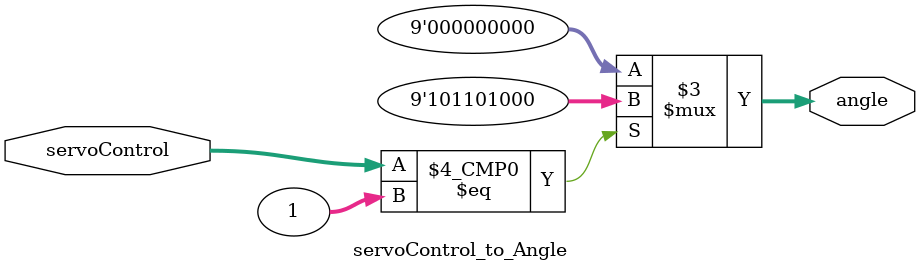
<source format=v>
`timescale 1ns / 1ps
module servoControl_to_Angle(
    input [31:0] servoControl,
    output reg [8:0] angle
    );
    
    // Run when the value of the switches
    // changes
    always @ (servoControl)
    begin
        case (servoControl)
        // servoControl = 1
        1:
        angle = 9'd360;
        // servoControl = 0
        default:
        angle = 9'd0;
        endcase                 
    end
endmodule

</source>
